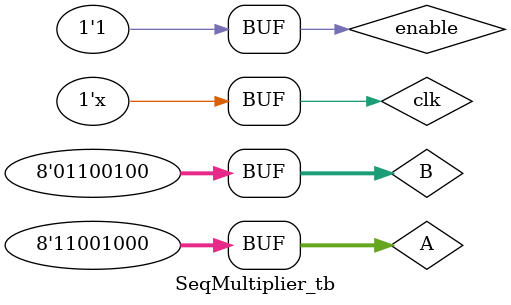
<source format=v>
`timescale 1ns / 1ps


module SeqMultiplier_tb();

// CLK 100MHz
reg clk = 1;
always #5 clk = ~clk;

// I/O & Signal
reg enable = 1'b0;
reg  [ 8-1: 0] A = 8'b0;
reg  [ 8-1: 0] B = 8'b0;
wire [16-1: 0] C;

SeqMultiplier testUnit(
    .clk(clk),
    .enable(enable),
    .A(A),
    .B(B),
    .C(C)
);

initial begin
    #20
    A = 8'd200;
    B = 8'd100;
    #40
    enable = 1'b1;
    
end

endmodule

</source>
